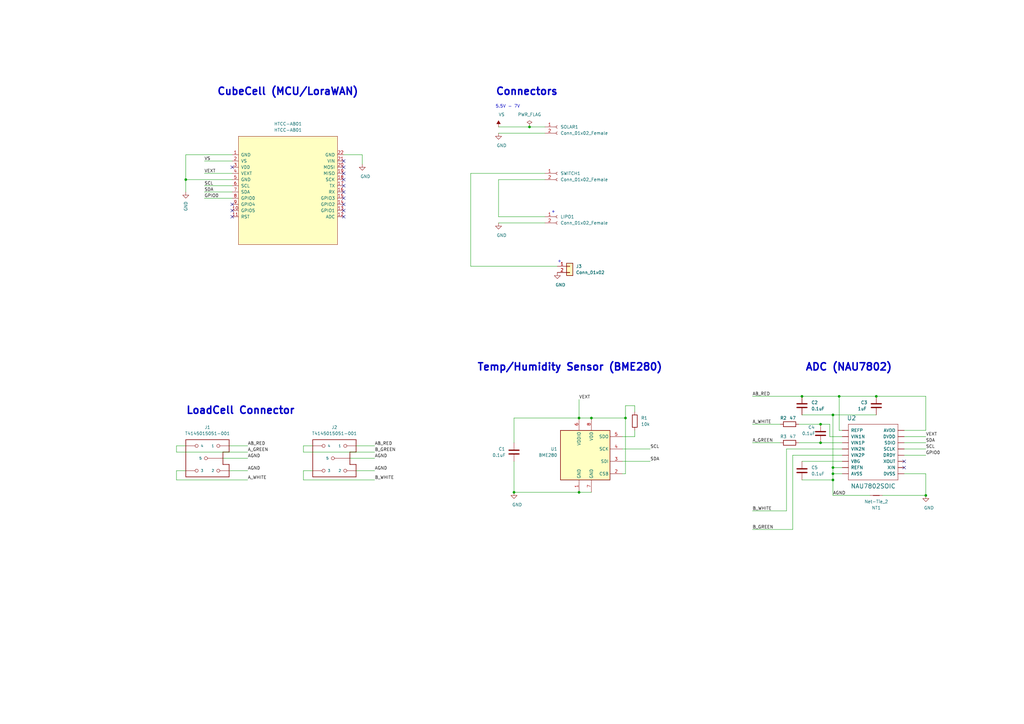
<source format=kicad_sch>
(kicad_sch (version 20231120) (generator "eeschema") (generator_version "8.0")
  (paper "A3")
  (title_block (title "mini-beieli-pcb-cubecell") (date "2020-12-26") (rev "5.1") (company "nbit Informatik GmbH"))
  (lib_symbols
    (symbol "Connector_Generic:Conn_01x02" (pin_names (offset 1.016) hide)
      (property "Reference" "J" (at 0 2.54 0))
      (property "Value" "Conn_01x02" (at 0 -5.08 0))
      (symbol "Conn_01x02_1_1"
        (rectangle (start -1.27 -2.413) (end 0 -2.667) (stroke (width 0.1524)))
        (rectangle (start -1.27 0.127) (end 0 -0.127) (stroke (width 0.1524)))
        (rectangle (start -1.27 1.27) (end 1.27 -3.81) (stroke (width 0.254)) (fill (type background)))
        (pin passive line (at -5.08 0 0) (length 3.81) (name "Pin_1") (number "1"))
        (pin passive line (at -5.08 -2.54 0) (length 3.81) (name "Pin_2") (number "2"))
      )
    )
    (symbol "Device:C" (pin_numbers hide) (pin_names (offset 0.254))
      (property "Reference" "C" (at 0.635 2.54 0))
      (property "Value" "C" (at 0.635 -2.54 0))
      (symbol "C_0_1"
        (polyline (pts (xy -2.032 -0.762) (xy 2.032 -0.762)) (stroke (width 0.508)))
        (polyline (pts (xy -2.032 0.762) (xy 2.032 0.762)) (stroke (width 0.508)))
      )
      (symbol "C_1_1"
        (pin passive line (at 0 3.81 270) (length 2.794) (name "~") (number "1"))
        (pin passive line (at 0 -3.81 90) (length 2.794) (name "~") (number "2"))
      )
    )
    (symbol "Device:R" (pin_numbers hide) (pin_names (offset 0))
      (property "Reference" "R" (at 2.032 0 90))
      (property "Value" "R" (at 0 0 90))
      (symbol "R_0_1"
        (rectangle (start -1.016 -2.54) (end 1.016 2.54) (stroke (width 0.254)))
      )
      (symbol "R_1_1"
        (pin passive line (at 0 3.81 270) (length 1.27) (name "~") (number "1"))
        (pin passive line (at 0 -3.81 90) (length 1.27) (name "~") (number "2"))
      )
    )
    (symbol "Sensor:BME280"
      (property "Reference" "U" (at -8.89 11.43 0))
      (property "Value" "BME280" (at 7.62 11.43 0))
      (symbol "BME280_0_1"
        (rectangle (start -10.16 10.16) (end 10.16 -10.16) (stroke (width 0.254)) (fill (type background)))
      )
      (symbol "BME280_1_1"
        (pin power_in line (at -2.54 -15.24 90) (length 5.08) (name "GND") (number "1"))
        (pin input line (at 15.24 -7.62 180) (length 5.08) (name "CSB") (number "2"))
        (pin bidirectional line (at 15.24 -2.54 180) (length 5.08) (name "SDI") (number "3"))
        (pin input line (at 15.24 2.54 180) (length 5.08) (name "SCK") (number "4"))
        (pin bidirectional line (at 15.24 7.62 180) (length 5.08) (name "SDO") (number "5"))
        (pin power_in line (at -2.54 15.24 270) (length 5.08) (name "VDDIO") (number "6"))
        (pin power_in line (at 2.54 -15.24 90) (length 5.08) (name "GND") (number "7"))
        (pin power_in line (at 2.54 15.24 270) (length 5.08) (name "VDD") (number "8"))
      )
    )
    (symbol "mini-beieli-pcb-cubecell-eagle-import:HTCC-AB01" (pin_names (offset 1.016))
      (property "Reference" "U?" (at 38.1 -2.54 0))
      (property "Value" "HTCC-AB01" (at 19.05 21.59 90))
      (symbol "HTCC-AB01_0_0"
        (pin input line (at -2.54 36.83 0) (length 2.54) (name "GND") (number "1"))
        (pin bidirectional line (at -2.54 13.97 0) (length 2.54) (name "GPIO5") (number "10"))
        (pin input line (at -2.54 11.43 0) (length 2.54) (name "RST") (number "11"))
        (pin input line (at 43.18 11.43 180) (length 2.54) (name "ADC") (number "12"))
        (pin bidirectional line (at 43.18 13.97 180) (length 2.54) (name "GPIO1") (number "13"))
        (pin bidirectional line (at 43.18 16.51 180) (length 2.54) (name "GPIO2") (number "14"))
        (pin bidirectional line (at 43.18 19.05 180) (length 2.54) (name "GPIO3") (number "15"))
        (pin input line (at 43.18 21.59 180) (length 2.54) (name "RX") (number "16"))
        (pin output line (at 43.18 24.13 180) (length 2.54) (name "TX") (number "17"))
        (pin bidirectional line (at 43.18 26.67 180) (length 2.54) (name "SCK") (number "18"))
        (pin bidirectional line (at 43.18 29.21 180) (length 2.54) (name "MISO") (number "19"))
        (pin input line (at -2.54 34.29 0) (length 2.54) (name "VS") (number "2"))
        (pin bidirectional line (at 43.18 31.75 180) (length 2.54) (name "MOSI") (number "20"))
        (pin input line (at 43.18 34.29 180) (length 2.54) (name "VIN") (number "21"))
        (pin input line (at 43.18 36.83 180) (length 2.54) (name "GND") (number "22"))
        (pin input line (at -2.54 31.75 0) (length 2.54) (name "VDD") (number "3"))
        (pin output line (at -2.54 29.21 0) (length 2.54) (name "VEXT") (number "4"))
        (pin output line (at -2.54 26.67 0) (length 2.54) (name "GND") (number "5"))
        (pin input line (at -2.54 24.13 0) (length 2.54) (name "SCL") (number "6"))
        (pin output line (at -2.54 21.59 0) (length 2.54) (name "SDA") (number "7"))
        (pin bidirectional line (at -2.54 19.05 0) (length 2.54) (name "GPIO0") (number "8"))
        (pin bidirectional line (at -2.54 16.51 0) (length 2.54) (name "GPIO4") (number "9"))
      )
      (symbol "HTCC-AB01_0_1"
        (rectangle (start 0 0) (end 40.64 44.45) (fill (type background)))
      )
    )
    (symbol "mini-beieli-pcb-cubecell-rescue:Conn_01x02_Female-Connector" (pin_names (offset 1.016) hide)
      (property "Reference" "J" (at 0 2.54 0))
      (property "Value" "Connector_Conn_01x02_Female" (at 0 -5.08 0))
      (symbol "Conn_01x02_Female-Connector_1_1"
        (arc (start 0 -2.032) (mid -0.508 -2.54) (end 0 -3.048) (stroke (width 0.1524)))
        (polyline (pts (xy -1.27 -2.54) (xy -0.508 -2.54)) (stroke (width 0.1524)))
        (polyline (pts (xy -1.27 0) (xy -0.508 0)) (stroke (width 0.1524)))
        (arc (start 0 0.508) (mid -0.508 0) (end 0 -0.508) (stroke (width 0.1524)))
        (pin passive line (at -5.08 0 0) (length 3.81) (name "Pin_1") (number "1"))
        (pin passive line (at -5.08 -2.54 0) (length 3.81) (name "Pin_2") (number "2"))
      )
    )
    (symbol "mini-beieli-pcb-cubecell-rescue:GND-power" (power) (pin_names (offset 0))
      (property "Value" "power_GND" (at 0 -3.81 0))
      (symbol "GND-power_0_1"
        (polyline (pts (xy 0 0) (xy 0 -1.27) (xy 1.27 -1.27) (xy 0 -2.54) (xy -1.27 -1.27) (xy 0 -1.27)))
      )
      (symbol "GND-power_1_1"
        (pin power_in line (at 0 0 270) (length 0) hide (name "GND") (number "1"))
      )
    )
    (symbol "mini-beieli-pcb-cubecell-rescue:NAU7802SOIC-Qwiic_Scale-eagle-import" (pin_names (offset 1.016))
      (property "Reference" "U" (at -10.16 10.922 0))
      (property "Value" "NAU7802SOIC-Qwiic_Scale-eagle-import" (at -10.16 -15.24 0))
      (symbol "NAU7802SOIC-Qwiic_Scale-eagle-import_1_0"
        (polyline (pts (xy -10.16 -12.7) (xy -10.16 10.16)))
        (polyline (pts (xy -10.16 10.16) (xy 10.16 10.16)))
        (polyline (pts (xy 10.16 -12.7) (xy -10.16 -12.7)))
        (polyline (pts (xy 10.16 10.16) (xy 10.16 -12.7)))
        (pin bidirectional line (at -12.7 7.62 0) (length 2.54) (name "REFP") (number "1"))
        (pin bidirectional line (at 12.7 -7.62 180) (length 2.54) (name "XIN") (number "10"))
        (pin bidirectional line (at 12.7 -5.08 180) (length 2.54) (name "XOUT") (number "11"))
        (pin bidirectional line (at 12.7 -2.54 180) (length 2.54) (name "DRDY") (number "12"))
        (pin bidirectional line (at 12.7 0 180) (length 2.54) (name "SCLK") (number "13"))
        (pin bidirectional line (at 12.7 2.54 180) (length 2.54) (name "SDIO") (number "14"))
        (pin bidirectional line (at 12.7 5.08 180) (length 2.54) (name "DVDD") (number "15"))
        (pin bidirectional line (at 12.7 7.62 180) (length 2.54) (name "AVDD") (number "16"))
        (pin bidirectional line (at -12.7 5.08 0) (length 2.54) (name "VIN1N") (number "2"))
        (pin bidirectional line (at -12.7 2.54 0) (length 2.54) (name "VIN1P") (number "3"))
        (pin bidirectional line (at -12.7 0 0) (length 2.54) (name "VIN2N") (number "4"))
        (pin bidirectional line (at -12.7 -2.54 0) (length 2.54) (name "VIN2P") (number "5"))
        (pin bidirectional line (at -12.7 -5.08 0) (length 2.54) (name "VBG") (number "6"))
        (pin bidirectional line (at -12.7 -7.62 0) (length 2.54) (name "REFN") (number "7"))
        (pin bidirectional line (at -12.7 -10.16 0) (length 2.54) (name "AVSS") (number "8"))
        (pin bidirectional line (at 12.7 -10.16 180) (length 2.54) (name "DVSS") (number "9"))
      )
    )
    (symbol "mini-beieli-pcb-cubecell-rescue:Net-Tie_2-Device" (pin_numbers hide) (pin_names (offset 0) hide)
      (property "Reference" "NT" (at 0 1.27 0))
      (property "Value" "Device_Net-Tie_2" (at 0 -1.27 0))
      (symbol "Net-Tie_2-Device_0_1"
        (polyline (pts (xy -1.27 0) (xy 1.27 0)) (stroke (width 0.254)))
      )
      (symbol "Net-Tie_2-Device_1_1"
        (pin passive line (at -2.54 0 0) (length 2.54) (name "1") (number "1"))
        (pin passive line (at 2.54 0 180) (length 2.54) (name "2") (number "2"))
      )
    )
    (symbol "mini-beieli-pcb-cubecell-rescue:PWR_FLAG-power" (power) (pin_numbers hide) (pin_names (offset 0) hide)
      (property "Value" "power_PWR_FLAG" (at 0 3.81 0))
      (symbol "PWR_FLAG-power_0_0"
        (pin power_out line (at 0 0 90) (length 0) (name "pwr") (number "1"))
      )
      (symbol "PWR_FLAG-power_0_1"
        (polyline (pts (xy 0 0) (xy 0 1.27) (xy -1.016 1.905) (xy 0 2.54) (xy 1.016 1.905) (xy 0 1.27)))
      )
    )
    (symbol "mini-beieli-pcb-cubecell-rescue:T4145015051-001-T4145015051-001" (pin_numbers hide) (pin_names (offset 1.016))
      (property "Reference" "J" (at -7.62 12.7 0))
      (property "Value" "T4145015051-001_T4145015051-001" (at -7.62 -12.7 0))
      (symbol "T4145015051-001-T4145015051-001_0_0"
        (polyline (pts (xy -7.62 -7.62) (xy 7.62 -7.62)) (stroke (width 0.254)))
        (polyline (pts (xy -7.62 10.16) (xy -7.62 -7.62)) (stroke (width 0.254)))
        (polyline (pts (xy -7.62 10.16) (xy -2.54 10.16)) (stroke (width 0.254)))
        (polyline (pts (xy -2.54 7.62) (xy 2.54 7.62)) (stroke (width 0.254)))
        (polyline (pts (xy -2.54 10.16) (xy -2.54 7.62)) (stroke (width 0.254)))
        (polyline (pts (xy 2.54 7.62) (xy 2.54 10.16)) (stroke (width 0.254)))
        (polyline (pts (xy 2.54 10.16) (xy 7.62 10.16)) (stroke (width 0.254)))
        (polyline (pts (xy 7.62 -7.62) (xy 7.62 10.16)) (stroke (width 0.254)))
        (pin bidirectional inverted (at -5.08 10.16 270) (length 5.08) (name "1") (number "P$1"))
        (pin bidirectional inverted (at 5.08 10.16 270) (length 5.08) (name "2") (number "P$2"))
        (pin bidirectional inverted (at 5.08 -7.62 90) (length 5.08) (name "3") (number "P$3"))
        (pin bidirectional inverted (at -5.08 -7.62 90) (length 5.08) (name "4") (number "P$4"))
        (pin bidirectional inverted (at 0 7.62 270) (length 7.62) (name "5") (number "P$5"))
      )
    )
    (symbol "mini-beieli-pcb-cubecell-rescue:VS-power" (power) (pin_names (offset 0))
      (property "Value" "power_VS" (at 0 3.81 0))
      (symbol "VS-power_0_1"
        (polyline (pts (xy 0 0) (xy 0 2.54)))
        (polyline (pts (xy 0.762 1.27) (xy -0.762 1.27) (xy 0 2.54) (xy 0.762 1.27)) (fill (type outline)))
      )
      (symbol "VS-power_1_1"
        (pin power_in line (at 0 0 90) (length 0) hide (name "VS") (number "1"))
      )
    )
  )
  (junction (at 328.93 162.56))
  (junction (at 341.63 194.31))
  (junction (at 341.63 196.85))
  (junction (at 76.2 73.66))
  (junction (at 256.54 171.45))
  (junction (at 344.17 162.56))
  (junction (at 341.63 170.18))
  (junction (at 242.57 171.45))
  (junction (at 336.55 173.99))
  (junction (at 237.49 171.45))
  (junction (at 237.49 201.93))
  (junction (at 359.41 162.56))
  (junction (at 379.73 203.2))
  (junction (at 341.63 191.77))
  (junction (at 217.17 52.07))
  (junction (at 336.55 181.61))
  (junction (at 210.82 201.93))
  (no_connect (at 95.25 88.9))
  (no_connect (at 140.97 88.9))
  (no_connect (at 140.97 83.82))
  (no_connect (at 95.25 86.36))
  (no_connect (at 140.97 86.36))
  (no_connect (at 140.97 81.28))
  (no_connect (at 140.97 78.74))
  (no_connect (at 140.97 73.66))
  (no_connect (at 95.25 83.82))
  (no_connect (at 140.97 66.04))
  (no_connect (at 140.97 76.2))
  (no_connect (at 95.25 68.58))
  (no_connect (at 140.97 68.58))
  (no_connect (at 370.84 189.23))
  (no_connect (at 370.84 191.77))
  (no_connect (at 140.97 71.12))
  (wire (pts (xy 204.47 91.44) (xy 223.52 91.44)))
  (wire (pts (xy 327.66 181.61) (xy 336.55 181.61)))
  (wire (pts (xy 193.04 71.12) (xy 223.52 71.12)))
  (wire (pts (xy 210.82 171.45) (xy 237.49 171.45)))
  (wire (pts (xy 370.84 179.07) (xy 379.73 179.07)))
  (wire (pts (xy 341.63 196.85) (xy 341.63 194.31)))
  (wire (pts (xy 210.82 181.61) (xy 210.82 171.45)))
  (wire (pts (xy 370.84 176.53) (xy 379.73 176.53)))
  (wire (pts (xy 370.84 194.31) (xy 379.73 194.31)))
  (wire (pts (xy 361.95 203.2) (xy 379.73 203.2)))
  (wire (pts (xy 379.73 194.31) (xy 379.73 203.2)))
  (wire (pts (xy 204.47 88.9) (xy 223.52 88.9)))
  (wire (pts (xy 345.44 176.53) (xy 344.17 176.53)))
  (wire (pts (xy 204.47 54.61) (xy 223.52 54.61)))
  (wire (pts (xy 242.57 171.45) (xy 256.54 171.45)))
  (wire (pts (xy 328.93 170.18) (xy 341.63 170.18)))
  (wire (pts (xy 148.59 63.5) (xy 148.59 67.31)))
  (wire (pts (xy 72.39 185.42) (xy 72.39 182.88)))
  (wire (pts (xy 204.47 52.07) (xy 217.17 52.07)))
  (wire (pts (xy 328.93 162.56) (xy 344.17 162.56)))
  (wire (pts (xy 341.63 191.77) (xy 341.63 194.31)))
  (wire (pts (xy 124.46 193.04) (xy 128.27 193.04)))
  (wire (pts (xy 153.67 196.85) (xy 124.46 196.85)))
  (wire (pts (xy 76.2 73.66) (xy 76.2 78.74)))
  (wire (pts (xy 379.73 176.53) (xy 379.73 162.56)))
  (wire (pts (xy 210.82 201.93) (xy 237.49 201.93)))
  (wire (pts (xy 256.54 166.37) (xy 256.54 171.45)))
  (wire (pts (xy 76.2 73.66) (xy 95.25 73.66)))
  (wire (pts (xy 255.27 189.23) (xy 266.7 189.23)))
  (wire (pts (xy 83.82 71.12) (xy 95.25 71.12)))
  (wire (pts (xy 260.35 166.37) (xy 260.35 168.91)))
  (wire (pts (xy 83.82 78.74) (xy 95.25 78.74)))
  (wire (pts (xy 237.49 171.45) (xy 242.57 171.45)))
  (wire (pts (xy 124.46 196.85) (xy 124.46 193.04)))
  (wire (pts (xy 344.17 162.56) (xy 359.41 162.56)))
  (wire (pts (xy 93.98 193.04) (xy 101.6 193.04)))
  (wire (pts (xy 146.05 182.88) (xy 153.67 182.88)))
  (wire (pts (xy 140.97 63.5) (xy 148.59 63.5)))
  (wire (pts (xy 83.82 76.2) (xy 95.25 76.2)))
  (wire (pts (xy 308.61 209.55) (xy 322.58 209.55)))
  (wire (pts (xy 72.39 193.04) (xy 76.2 193.04)))
  (wire (pts (xy 370.84 184.15) (xy 379.73 184.15)))
  (wire (pts (xy 328.93 189.23) (xy 345.44 189.23)))
  (wire (pts (xy 210.82 189.23) (xy 210.82 201.93)))
  (wire (pts (xy 72.39 196.85) (xy 72.39 193.04)))
  (wire (pts (xy 341.63 170.18) (xy 341.63 191.77)))
  (wire (pts (xy 336.55 181.61) (xy 345.44 181.61)))
  (wire (pts (xy 308.61 217.17) (xy 325.12 217.17)))
  (wire (pts (xy 217.17 52.07) (xy 223.52 52.07)))
  (wire (pts (xy 204.47 73.66) (xy 223.52 73.66)))
  (wire (pts (xy 228.6 109.22) (xy 193.04 109.22)))
  (wire (pts (xy 83.82 81.28) (xy 95.25 81.28)))
  (wire (pts (xy 237.49 201.93) (xy 242.57 201.93)))
  (wire (pts (xy 124.46 185.42) (xy 124.46 182.88)))
  (wire (pts (xy 325.12 186.69) (xy 345.44 186.69)))
  (wire (pts (xy 341.63 194.31) (xy 345.44 194.31)))
  (wire (pts (xy 256.54 171.45) (xy 256.54 194.31)))
  (wire (pts (xy 340.36 179.07) (xy 340.36 173.99)))
  (wire (pts (xy 327.66 173.99) (xy 336.55 173.99)))
  (wire (pts (xy 341.63 170.18) (xy 359.41 170.18)))
  (wire (pts (xy 341.63 203.2) (xy 356.87 203.2)))
  (wire (pts (xy 93.98 182.88) (xy 101.6 182.88)))
  (wire (pts (xy 193.04 109.22) (xy 193.04 71.12)))
  (wire (pts (xy 256.54 166.37) (xy 260.35 166.37)))
  (wire (pts (xy 146.05 193.04) (xy 153.67 193.04)))
  (wire (pts (xy 76.2 63.5) (xy 95.25 63.5)))
  (wire (pts (xy 255.27 179.07) (xy 260.35 179.07)))
  (wire (pts (xy 308.61 173.99) (xy 320.04 173.99)))
  (wire (pts (xy 341.63 196.85) (xy 341.63 203.2)))
  (wire (pts (xy 237.49 163.83) (xy 237.49 171.45)))
  (wire (pts (xy 143.51 187.96) (xy 153.67 187.96)))
  (wire (pts (xy 72.39 182.88) (xy 76.2 182.88)))
  (wire (pts (xy 260.35 179.07) (xy 260.35 176.53)))
  (wire (pts (xy 328.93 196.85) (xy 341.63 196.85)))
  (wire (pts (xy 345.44 179.07) (xy 340.36 179.07)))
  (wire (pts (xy 256.54 194.31) (xy 255.27 194.31)))
  (wire (pts (xy 76.2 63.5) (xy 76.2 73.66)))
  (wire (pts (xy 83.82 66.04) (xy 95.25 66.04)))
  (wire (pts (xy 91.44 187.96) (xy 101.6 187.96)))
  (wire (pts (xy 124.46 182.88) (xy 128.27 182.88)))
  (wire (pts (xy 101.6 196.85) (xy 72.39 196.85)))
  (wire (pts (xy 359.41 162.56) (xy 379.73 162.56)))
  (wire (pts (xy 255.27 184.15) (xy 266.7 184.15)))
  (wire (pts (xy 370.84 181.61) (xy 379.73 181.61)))
  (wire (pts (xy 340.36 173.99) (xy 336.55 173.99)))
  (wire (pts (xy 344.17 176.53) (xy 344.17 162.56)))
  (wire (pts (xy 370.84 186.69) (xy 379.73 186.69)))
  (wire (pts (xy 322.58 184.15) (xy 322.58 209.55)))
  (wire (pts (xy 101.6 185.42) (xy 72.39 185.42)))
  (wire (pts (xy 325.12 217.17) (xy 325.12 186.69)))
  (wire (pts (xy 153.67 185.42) (xy 124.46 185.42)))
  (wire (pts (xy 345.44 191.77) (xy 341.63 191.77)))
  (wire (pts (xy 345.44 184.15) (xy 322.58 184.15)))
  (wire (pts (xy 308.61 162.56) (xy 328.93 162.56)))
  (wire (pts (xy 308.61 181.61) (xy 320.04 181.61)))
  (wire (pts (xy 204.47 73.66) (xy 204.47 88.9)))
  (text "5.5V - 7V" (at 203.2 44.45 0) (effects (font (size 1.27 1.27)) (justify left bottom)))
  (text "+" (at 228.6 107.95 0) (effects (font (size 1.27 1.27)) (justify left bottom)))
  (text "CubeCell (MCU/LoraWAN)" (at 88.9 39.37 0) (effects (font (size 2.9972 2.9972) (thickness 0.5994) (bold yes)) (justify left bottom)))
  (text "ADC (NAU7802)" (at 330.2 152.4 0) (effects (font (size 2.9972 2.9972) (thickness 0.5994) (bold yes)) (justify left bottom)))
  (text "+" (at 226.06 87.63 0) (effects (font (size 1.27 1.27)) (justify left bottom)))
  (text "Temp/Humidity Sensor (BME280)" (at 195.58 152.4 0) (effects (font (size 2.9972 2.9972) (thickness 0.5994) (bold yes)) (justify left bottom)))
  (text "LoadCell Connector" (at 76.2 170.18 0) (effects (font (size 2.9972 2.9972) (thickness 0.5994) (bold yes)) (justify left bottom)))
  (text "Connectors" (at 203.2 39.37 0) (effects (font (size 2.9972 2.9972) (thickness 0.5994) (bold yes)) (justify left bottom)))
  (label "SDA" (at 379.73 181.61 0))
  (label "SCL" (at 266.7 184.15 0))
  (label "B_WHITE" (at 153.67 196.85 0))
  (label "AGND" (at 153.67 193.04 0))
  (label "AB_RED" (at 308.61 162.56 0))
  (label "VEXT" (at 379.73 179.07 0))
  (label "SDA" (at 266.7 189.23 0))
  (label "AGND" (at 101.6 187.96 0))
  (label "AGND" (at 341.63 203.2 0))
  (label "A_GREEN" (at 308.61 181.61 0))
  (label "VEXT" (at 237.49 163.83 0))
  (label "B_WHITE" (at 308.61 209.55 0))
  (label "AGND" (at 101.6 193.04 0))
  (label "VEXT" (at 83.82 71.12 0))
  (label "SDA" (at 83.82 78.74 0))
  (label "AB_RED" (at 101.6 182.88 0))
  (label "SCL" (at 379.73 184.15 0))
  (label "SCL" (at 83.82 76.2 0))
  (label "A_WHITE" (at 101.6 196.85 0))
  (label "AB_RED" (at 153.67 182.88 0))
  (label "GPIO0" (at 379.73 186.69 0))
  (label "B_GREEN" (at 308.61 217.17 0))
  (label "B_GREEN" (at 153.67 185.42 0))
  (label "GPIO0" (at 83.82 81.28 0))
  (label "A_WHITE" (at 308.61 173.99 0))
  (label "A_GREEN" (at 101.6 185.42 0))
  (label "VS" (at 83.82 66.04 0))
  (label "AGND" (at 153.67 187.96 0))
  (symbol (lib_id "Sensor:BME280") (at 240.03 186.69 0) (unit 1)
    (property "Reference" "U1" (at 228.6 184.15 0) (effects (justify right)))
    (property "Value" "BME280" (at 228.6 186.69 0) (effects (justify right)))
    (property "Footprint" "Package_LGA:Bosch_LGA-8_2.5x2.5mm_P0.65mm_ClockwisePinNumbering" (effects (hide yes)))
    (property "Datasheet" "https://ae-bst.resource.bosch.com/media/_tech/media/datasheets/BST-BME280-DS002.pdf" (effects (hide yes)))
  )
  (symbol (lib_id "mini-beieli-pcb-cubecell-rescue:NAU7802SOIC-Qwiic_Scale-eagle-import") (at 358.14 184.15 0) (unit 1)
    (property "Reference" "U2" (at 349.25 171.45 0) (effects (font (size 1.778 1.778))))
    (property "Value" "NAU7802SOIC" (at 358.14 199.39 0) (effects (font (size 1.778 1.778))))
    (property "Footprint" "nau7802:SOIC127P700X210-16N" (effects (hide yes)))
  )
  (symbol (lib_id "mini-beieli-pcb-cubecell-rescue:GND-power") (at 76.2 78.74 0) (unit 1)
    (property "Reference" "#PWR0105" (effects (hide yes)))
    (property "Value" "GND" (at 76.2 82.55 90) (effects (justify right)))
  )
  (symbol (lib_id "Device:R") (at 260.35 172.72 0) (unit 1)
    (property "Reference" "R1" (at 262.89 171.45 0) (effects (justify left)))
    (property "Value" "10k" (at 262.89 173.99 0) (effects (justify left)))
    (property "Footprint" "Resistor_SMD:R_0603_1608Metric" (effects (hide yes)))
  )
  (symbol (lib_id "mini-beieli-pcb-cubecell-eagle-import:HTCC-AB01") (at 97.79 100.33 0) (unit 1)
    (property "Reference" "HTCC-AB01" (at 118.11 50.8 0))
    (property "Value" "HTCC-AB01" (at 118.11 53.34 0))
    (property "Footprint" "HTCC-AB01:HTCC-AB01" (effects (hide yes)))
  )
  (symbol (lib_id "Device:C") (at 328.93 193.04 0) (unit 1)
    (property "Reference" "C5" (at 332.74 191.77 0) (effects (justify left)))
    (property "Value" "0.1uF" (at 332.74 194.31 0) (effects (justify left)))
    (property "Footprint" "Capacitor_SMD:C_0603_1608Metric" (effects (hide yes)))
  )
  (symbol (lib_id "Device:C") (at 336.55 177.8 0) (unit 1)
    (property "Reference" "C4" (at 331.47 175.26 0) (effects (justify left)))
    (property "Value" "0.1uF" (at 328.93 177.8 0) (effects (justify left)))
    (property "Footprint" "Capacitor_SMD:C_0603_1608Metric" (effects (hide yes)))
  )
  (symbol (lib_id "Device:C") (at 359.41 166.37 0) (unit 1)
    (property "Reference" "C3" (at 353.06 165.1 0) (effects (justify left)))
    (property "Value" "1uF" (at 351.79 167.64 0) (effects (justify left)))
    (property "Footprint" "Capacitor_SMD:C_0603_1608Metric" (effects (hide yes)))
  )
  (symbol (lib_id "Device:C") (at 328.93 166.37 0) (unit 1)
    (property "Reference" "C2" (at 332.74 165.1 0) (effects (justify left)))
    (property "Value" "0.1uF" (at 332.74 167.64 0) (effects (justify left)))
    (property "Footprint" "Capacitor_SMD:C_0603_1608Metric" (effects (hide yes)))
  )
  (symbol (lib_id "Device:R") (at 323.85 173.99 270) (unit 1)
    (property "Reference" "R2" (at 321.31 171.45 90))
    (property "Value" "47" (at 325.12 171.45 90))
    (property "Footprint" "Resistor_SMD:R_0603_1608Metric" (effects (hide yes)))
  )
  (symbol (lib_id "Device:R") (at 323.85 181.61 270) (unit 1)
    (property "Reference" "R3" (at 321.31 179.07 90))
    (property "Value" "47" (at 325.12 179.07 90))
    (property "Footprint" "Resistor_SMD:R_0603_1608Metric" (effects (hide yes)))
  )
  (symbol (lib_id "mini-beieli-pcb-cubecell-rescue:GND-power") (at 148.59 67.31 0) (unit 1)
    (property "Reference" "#PWR0101" (effects (hide yes)))
    (property "Value" "GND" (at 149.86 72.39 0))
  )
  (symbol (lib_id "mini-beieli-pcb-cubecell-rescue:Conn_01x02_Female-Connector") (at 228.6 52.07 0) (unit 1)
    (property "Reference" "SOLAR1" (at 229.87 52.07 0) (effects (justify left)))
    (property "Value" "Conn_01x02_Female" (at 229.87 54.61 0) (effects (justify left)))
    (property "Footprint" "Connector_JST:JST_PH_B2B-PH-K_1x02_P2.00mm_Vertical" (effects (hide yes)))
  )
  (symbol (lib_id "mini-beieli-pcb-cubecell-rescue:GND-power") (at 204.47 54.61 0) (unit 1)
    (property "Reference" "#PWR0123" (effects (hide yes)))
    (property "Value" "GND" (at 205.74 59.69 0))
  )
  (symbol (lib_id "Device:C") (at 210.82 185.42 0) (unit 1)
    (property "Reference" "C1" (at 204.47 184.15 0) (effects (justify left)))
    (property "Value" "0.1uF" (at 201.93 186.69 0) (effects (justify left)))
    (property "Footprint" "Capacitor_SMD:C_0603_1608Metric" (effects (hide yes)))
  )
  (symbol (lib_id "mini-beieli-pcb-cubecell-rescue:PWR_FLAG-power") (at 217.17 52.07 0) (unit 1)
    (property "Reference" "#FLG0101" (effects (hide yes)))
    (property "Value" "PWR_FLAG" (at 217.17 46.99 0))
  )
  (symbol (lib_id "mini-beieli-pcb-cubecell-rescue:Conn_01x02_Female-Connector") (at 228.6 71.12 0) (unit 1)
    (property "Reference" "SWITCH1" (at 229.87 71.12 0) (effects (justify left)))
    (property "Value" "Conn_01x02_Female" (at 229.87 73.66 0) (effects (justify left)))
    (property "Footprint" "Connector_JST:JST_PH_B2B-PH-K_1x02_P2.00mm_Vertical" (effects (hide yes)))
  )
  (symbol (lib_id "mini-beieli-pcb-cubecell-rescue:Conn_01x02_Female-Connector") (at 228.6 88.9 0) (unit 1)
    (property "Reference" "LIPO1" (at 229.87 88.9 0) (effects (justify left)))
    (property "Value" "Conn_01x02_Female" (at 229.87 91.44 0) (effects (justify left)))
    (property "Footprint" "Connector_JST:JST_PH_B2B-PH-K_1x02_P2.00mm_Vertical" (effects (hide yes)))
  )
  (symbol (lib_id "Connector_Generic:Conn_01x02") (at 233.68 109.22 0) (unit 1)
    (property "Reference" "J3" (at 236.22 109.22 0) (effects (justify left)))
    (property "Value" "Conn_01x02" (at 236.22 111.76 0) (effects (justify left)))
    (property "Footprint" "Connector_Wire:SolderWire-0.1sqmm_1x02_P3.6mm_D0.4mm_OD1mm" (effects (hide yes)))
  )
  (symbol (lib_id "mini-beieli-pcb-cubecell-rescue:GND-power") (at 204.47 91.44 0) (unit 1)
    (property "Reference" "#PWR0102" (effects (hide yes)))
    (property "Value" "GND" (at 205.74 96.52 0))
  )
  (symbol (lib_id "mini-beieli-pcb-cubecell-rescue:GND-power") (at 228.6 111.76 0) (unit 1)
    (property "Reference" "#PWR0103" (effects (hide yes)))
    (property "Value" "GND" (at 229.87 116.84 0))
  )
  (symbol (lib_id "mini-beieli-pcb-cubecell-rescue:T4145015051-001-T4145015051-001") (at 83.82 187.96 270) (unit 1)
    (property "Reference" "J1" (at 85.09 175.26 90))
    (property "Value" "T4145015051-001" (at 85.09 177.8 90))
    (property "Footprint" "T4145015051-001:T4145015051-001" (effects (hide yes)))
    (property "Datasheet" "Circular Metric Connectors; M12 R/A F PNLREAR STAMPED PIN A-CODE 5P" (effects (hide yes)))
    (property "Field4" "https://www.te.com/usa-en/product-T4145015051-001.html?te_bu=Cor&te_type=disp&te_campaign=seda_glo_cor-seda-global-disp-prtnr-fy19-seda-model-bom-cta_sma-317_1&elqCampaignId=32493" (effects (hide yes)))
    (property "Field5" "TE Connectivity" (effects (hide yes)))
    (property "Field6" "Unavailable" (effects (hide yes)))
    (property "Field7" "None" (effects (hide yes)))
    (property "Field8" "T4145015051-001" (effects (hide yes)))
    (property "Field9" "T4145015051-001" (effects (hide yes)))
    (property "Field10" "None" (effects (hide yes)))
  )
  (symbol (lib_id "mini-beieli-pcb-cubecell-rescue:T4145015051-001-T4145015051-001") (at 135.89 187.96 270) (unit 1)
    (property "Reference" "J2" (at 137.16 175.26 90))
    (property "Value" "T4145015051-001" (at 137.16 177.8 90))
    (property "Footprint" "T4145015051-001:T4145015051-001" (effects (hide yes)))
    (property "Datasheet" "Circular Metric Connectors; M12 R/A F PNLREAR STAMPED PIN A-CODE 5P" (effects (hide yes)))
    (property "Field4" "https://www.te.com/usa-en/product-T4145015051-001.html?te_bu=Cor&te_type=disp&te_campaign=seda_glo_cor-seda-global-disp-prtnr-fy19-seda-model-bom-cta_sma-317_1&elqCampaignId=32493" (effects (hide yes)))
    (property "Field5" "TE Connectivity" (effects (hide yes)))
    (property "Field6" "Unavailable" (effects (hide yes)))
    (property "Field7" "None" (effects (hide yes)))
    (property "Field8" "T4145015051-001" (effects (hide yes)))
    (property "Field9" "T4145015051-001" (effects (hide yes)))
    (property "Field10" "None" (effects (hide yes)))
  )
  (symbol (lib_id "mini-beieli-pcb-cubecell-rescue:Net-Tie_2-Device") (at 359.41 203.2 0) (unit 1)
    (property "Reference" "NT1" (at 359.41 208.28 0))
    (property "Value" "Net-Tie_2" (at 359.41 205.74 0))
    (property "Footprint" "NetTie:NetTie-2_THT_Pad1.0mm" (effects (hide yes)))
  )
  (symbol (lib_id "mini-beieli-pcb-cubecell-rescue:VS-power") (at 204.47 52.07 0) (unit 1)
    (property "Reference" "#PWR0107" (effects (hide yes)))
    (property "Value" "VS" (at 205.74 46.99 0))
  )
  (symbol (lib_id "mini-beieli-pcb-cubecell-rescue:GND-power") (at 379.73 203.2 0) (unit 1)
    (property "Reference" "#PWR0106" (effects (hide yes)))
    (property "Value" "GND" (at 381 208.28 0))
  )
  (symbol (lib_id "mini-beieli-pcb-cubecell-rescue:GND-power") (at 210.82 201.93 0) (unit 1)
    (property "Reference" "#PWR0111" (effects (hide yes)))
    (property "Value" "GND" (at 212.09 207.01 0))
  )
)
</source>
